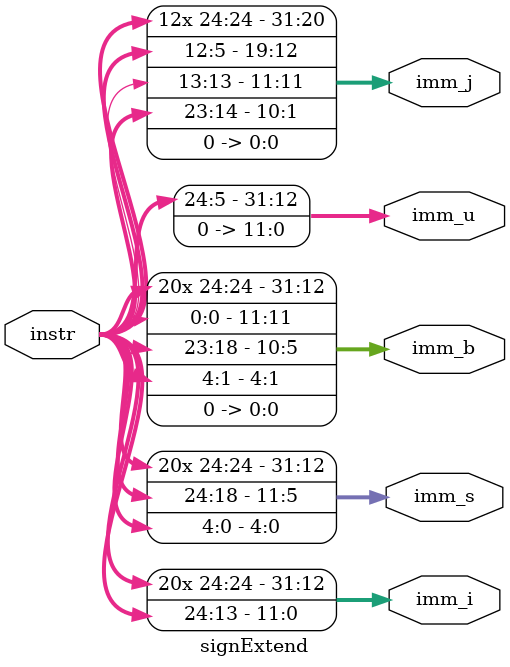
<source format=v>
`include "constants.vh"
`include "config.vh"

module signExtend(	input [24:0] instr,
					output [31:0] imm_i,
					output [31:0] imm_s,
					output [31:0] imm_b,
					output [31:0] imm_u,
					output [31:0] imm_j);

assign imm_i = { {20{{instr[24]}}}, instr[24:13]};
assign imm_s = { {20{instr[24]}}, instr[24:18], instr[4:0]};
assign imm_b = { {20{instr[24]}}, instr[0], instr[23:18], instr[4:1], 1'b0};
assign imm_u = { instr[24:5], {12{1'b0}}};
assign imm_j = { {12{instr[24]}}, instr[12:5], instr[13], instr[23:18], instr[17:14], 1'b0};

endmodule
</source>
